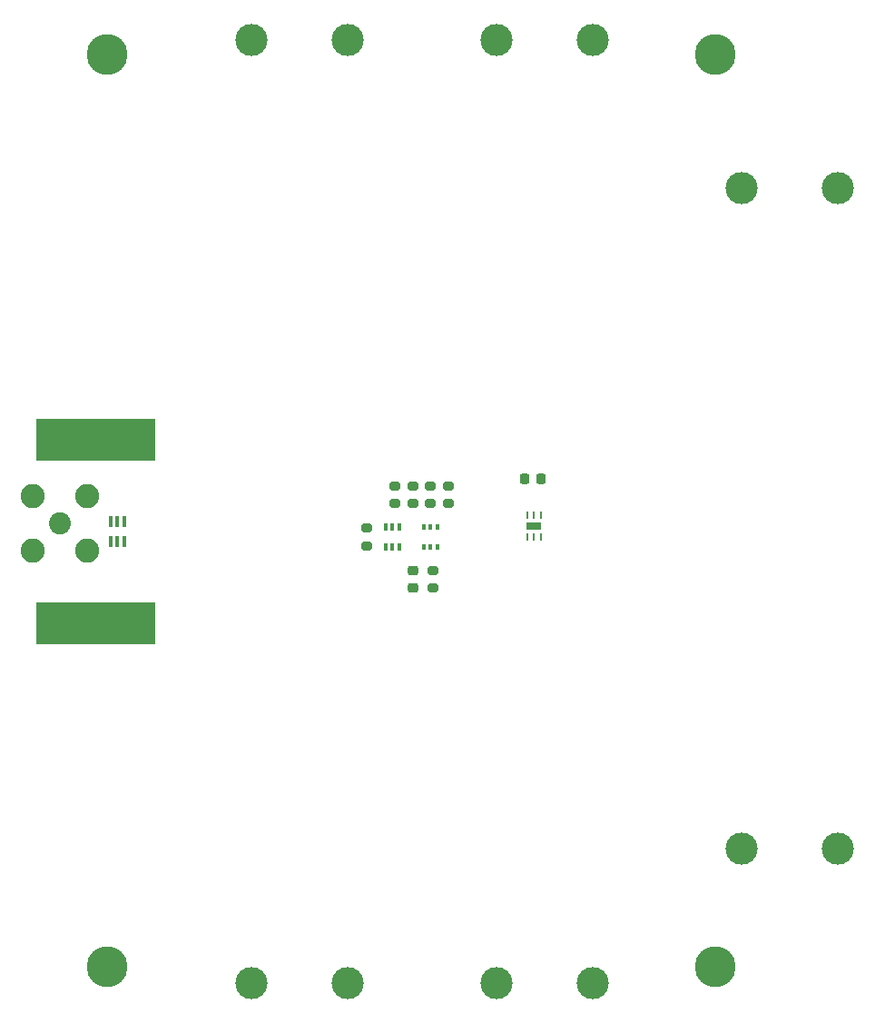
<source format=gbs>
%TF.GenerationSoftware,KiCad,Pcbnew,(6.0.5)*%
%TF.CreationDate,2022-07-09T16:09:43-07:00*%
%TF.ProjectId,solar-panel-side-Z-minus,736f6c61-722d-4706-916e-656c2d736964,rev?*%
%TF.SameCoordinates,Original*%
%TF.FileFunction,Soldermask,Bot*%
%TF.FilePolarity,Negative*%
%FSLAX46Y46*%
G04 Gerber Fmt 4.6, Leading zero omitted, Abs format (unit mm)*
G04 Created by KiCad (PCBNEW (6.0.5)) date 2022-07-09 16:09:43*
%MOMM*%
%LPD*%
G01*
G04 APERTURE LIST*
G04 Aperture macros list*
%AMRoundRect*
0 Rectangle with rounded corners*
0 $1 Rounding radius*
0 $2 $3 $4 $5 $6 $7 $8 $9 X,Y pos of 4 corners*
0 Add a 4 corners polygon primitive as box body*
4,1,4,$2,$3,$4,$5,$6,$7,$8,$9,$2,$3,0*
0 Add four circle primitives for the rounded corners*
1,1,$1+$1,$2,$3*
1,1,$1+$1,$4,$5*
1,1,$1+$1,$6,$7*
1,1,$1+$1,$8,$9*
0 Add four rect primitives between the rounded corners*
20,1,$1+$1,$2,$3,$4,$5,0*
20,1,$1+$1,$4,$5,$6,$7,0*
20,1,$1+$1,$6,$7,$8,$9,0*
20,1,$1+$1,$8,$9,$2,$3,0*%
G04 Aperture macros list end*
%ADD10C,2.050000*%
%ADD11C,2.250000*%
%ADD12C,2.600000*%
%ADD13C,3.800000*%
%ADD14C,3.000000*%
%ADD15R,11.000000X4.000000*%
%ADD16R,1.000000X4.000000*%
%ADD17R,0.350000X1.000000*%
%ADD18RoundRect,0.200000X0.275000X-0.200000X0.275000X0.200000X-0.275000X0.200000X-0.275000X-0.200000X0*%
%ADD19RoundRect,0.200000X-0.275000X0.200000X-0.275000X-0.200000X0.275000X-0.200000X0.275000X0.200000X0*%
%ADD20R,0.400000X0.650000*%
%ADD21RoundRect,0.225000X-0.250000X0.225000X-0.250000X-0.225000X0.250000X-0.225000X0.250000X0.225000X0*%
%ADD22R,0.400000X0.600000*%
%ADD23RoundRect,0.225000X-0.225000X-0.250000X0.225000X-0.250000X0.225000X0.250000X-0.225000X0.250000X0*%
%ADD24R,0.270000X0.740000*%
%ADD25R,1.350000X0.650000*%
G04 APERTURE END LIST*
D10*
X116078000Y-95758000D03*
D11*
X118618000Y-98298000D03*
X113538000Y-93218000D03*
X118618000Y-93218000D03*
X113538000Y-98298000D03*
D12*
X120490000Y-137070000D03*
D13*
X120490000Y-137070000D03*
D12*
X177164000Y-52070000D03*
D13*
X177164000Y-52070000D03*
X177164000Y-137070000D03*
D12*
X177164000Y-137070000D03*
D13*
X120490000Y-52070000D03*
D12*
X120490000Y-52070000D03*
D14*
X133930000Y-138630000D03*
X142930000Y-138630000D03*
X188650000Y-64470000D03*
X179650000Y-64470000D03*
X142930000Y-50700000D03*
X133930000Y-50700000D03*
X156790000Y-138630000D03*
X165790000Y-138630000D03*
X165790000Y-50700000D03*
X156790000Y-50700000D03*
X179650000Y-126030000D03*
X188650000Y-126030000D03*
D15*
X119380000Y-87980000D03*
D16*
X124460000Y-87980000D03*
D15*
X119380000Y-105060000D03*
D16*
X124460000Y-105060000D03*
D17*
X120762000Y-95620000D03*
X121412000Y-95620000D03*
X122062000Y-95620000D03*
X122062000Y-97420000D03*
X121412000Y-97420000D03*
X120762000Y-97420000D03*
D18*
X144653000Y-97853000D03*
X144653000Y-96203000D03*
D19*
X148971000Y-92266000D03*
X148971000Y-93916000D03*
X152273000Y-92266000D03*
X152273000Y-93916000D03*
D18*
X147320000Y-93916000D03*
X147320000Y-92266000D03*
D19*
X150622000Y-92266000D03*
X150622000Y-93916000D03*
D20*
X146416000Y-96078000D03*
X147066000Y-96078000D03*
X147716000Y-96078000D03*
X147716000Y-97978000D03*
X147066000Y-97978000D03*
X146416000Y-97978000D03*
D21*
X148971000Y-100190000D03*
X148971000Y-101740000D03*
D18*
X150876000Y-101790000D03*
X150876000Y-100140000D03*
D22*
X149972000Y-96078000D03*
X150622000Y-96078000D03*
X151272000Y-96078000D03*
X151272000Y-97978000D03*
X150622000Y-97978000D03*
X149972000Y-97978000D03*
D23*
X159372000Y-91567000D03*
X160922000Y-91567000D03*
D24*
X159624000Y-95017000D03*
X160274000Y-95017000D03*
X160924000Y-95017000D03*
X160924000Y-97007000D03*
X160274000Y-97007000D03*
X159624000Y-97007000D03*
D25*
X160274000Y-96012000D03*
M02*

</source>
